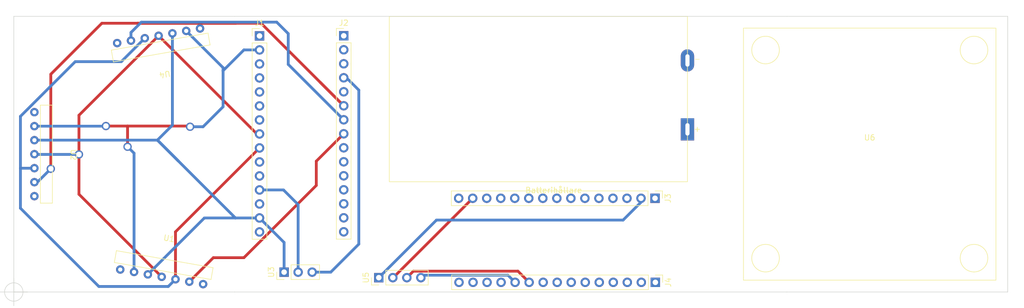
<source format=kicad_pcb>
(kicad_pcb (version 20211014) (generator pcbnew)
  (title_block (date "sam. 04 avril 2015"))
  (layers (0 "F.Cu" signal) (31 "B.Cu" signal) (34 "B.Paste" user) (35 "F.Paste" user) (36 "B.SilkS" user "B.Silkscreen") (37 "F.SilkS" user "F.Silkscreen") (38 "B.Mask" user) (39 "F.Mask" user) (44 "Edge.Cuts" user))
  (net 0 "")
  (net 1 "GND")
  (net 2 "/~{RESET}")
  (net 3 "/*D9")
  (net 4 "/D8")
  (net 5 "/D7")
  (net 6 "/*D6")
  (net 7 "/*D5")
  (net 8 "/D4")
  (net 9 "+5V")
  (net 10 "/A3")
  (net 11 "/A2")
  (net 12 "/A1")
  (net 13 "/A0")
  (net 14 "/AREF")
  (net 15 "/D0{slash}RX")
  (net 16 "/D1{slash}TX")
  (net 17 "/A7")
  (net 18 "/A6")
  (net 19 "/A5{slash}SCL")
  (net 20 "/A4{slash}SDA")
  (net 21 "/D13{slash}SCK")
  (net 22 "/D2")
  (net 23 "/*D3")
  (net 24 "/*D10{slash}SS")
  (net 25 "/*D11{slash}MOSI")
  (net 26 "/D12{slash}MISO")
  (net 27 "+6V")
  (net 28 "+3.3V")
  (footprint "Connector_PinHeader_2.54mm:PinHeader_1x04_P2.54mm_Vertical" (layer "F.Cu") (at 129.1 121.4 90)
    (fp_text reference "U5" (at 0 -2.33 90) (layer "F.SilkS"))
    (fp_text value "Start_module")
    (fp_line (start -1.33 0) (end -1.33 -1.33) (layer "F.SilkS") (width 0.12))
    (fp_line (start -1.33 1.27) (end -1.33 8.95) (layer "F.SilkS") (width 0.12))
    (fp_line (start -1.33 1.27) (end 1.33 1.27) (layer "F.SilkS") (width 0.12))
    (fp_line (start -1.33 8.95) (end 1.33 8.95) (layer "F.SilkS") (width 0.12))
    (fp_line (start 1.33 1.27) (end 1.33 8.95) (layer "F.SilkS") (width 0.12))
    (fp_line (start -1.33 -1.33) (end 0 -1.33) (layer "F.SilkS") (width 0.12))
    (pad "1" thru_hole rect (at 0 0 90) (size 1.7 1.7) (drill 1) (layers *.Cu *.Mask) (net 28 "+3.3V"))
    (pad "2" thru_hole oval (at 0 2.54 90) (size 1.7 1.7) (drill 1) (layers *.Cu *.Mask) (net 1 "GND"))
    (pad "3" thru_hole oval (at 0 5.08 90) (size 1.7 1.7) (drill 1) (layers *.Cu *.Mask) (net 23 "/*D3"))
    (pad "4" thru_hole oval (at 0 7.62 90) (size 1.7 1.7) (drill 1) (layers *.Cu *.Mask) (net 22 "/D2"))
  )
  (footprint "Connector_PinHeader_2.54mm:PinHeader_1x15_P2.54mm_Vertical" (layer "F.Cu") (at 107.5 77.55)
    (fp_text reference "J1" (at 0 -2.33) (layer "F.SilkS"))
    (fp_text value "Conn_01x15")
    (fp_line (start -1.33 0) (end -1.33 -1.33) (layer "F.SilkS") (width 0.12))
    (fp_line (start -1.33 1.27) (end -1.33 36.89) (layer "F.SilkS") (width 0.12))
    (fp_line (start -1.33 36.89) (end 1.33 36.89) (layer "F.SilkS") (width 0.12))
    (fp_line (start -1.33 1.27) (end 1.33 1.27) (layer "F.SilkS") (width 0.12))
    (fp_line (start -1.33 -1.33) (end 0 -1.33) (layer "F.SilkS") (width 0.12))
    (fp_line (start 1.33 1.27) (end 1.33 36.89) (layer "F.SilkS") (width 0.12))
    (pad "1" thru_hole rect (at 0 0) (size 1.7 1.7) (drill 1) (layers *.Cu *.Mask) (net 21 "/D13{slash}SCK"))
    (pad "2" thru_hole oval (at 0 2.54) (size 1.7 1.7) (drill 1) (layers *.Cu *.Mask) (net 28 "+3.3V"))
    (pad "3" thru_hole oval (at 0 5.08) (size 1.7 1.7) (drill 1) (layers *.Cu *.Mask) (net 14 "/AREF"))
    (pad "4" thru_hole oval (at 0 7.62) (size 1.7 1.7) (drill 1) (layers *.Cu *.Mask) (net 13 "/A0"))
    (pad "5" thru_hole oval (at 0 10.16) (size 1.7 1.7) (drill 1) (layers *.Cu *.Mask) (net 12 "/A1"))
    (pad "6" thru_hole oval (at 0 12.7) (size 1.7 1.7) (drill 1) (layers *.Cu *.Mask) (net 11 "/A2"))
    (pad "7" thru_hole oval (at 0 15.24) (size 1.7 1.7) (drill 1) (layers *.Cu *.Mask) (net 10 "/A3"))
    (pad "8" thru_hole oval (at 0 17.78) (size 1.7 1.7) (drill 1) (layers *.Cu *.Mask) (net 20 "/A4{slash}SDA"))
    (pad "9" thru_hole oval (at 0 20.32) (size 1.7 1.7) (drill 1) (layers *.Cu *.Mask) (net 19 "/A5{slash}SCL"))
    (pad "10" thru_hole oval (at 0 22.86) (size 1.7 1.7) (drill 1) (layers *.Cu *.Mask) (net 18 "/A6"))
    (pad "11" thru_hole oval (at 0 25.4) (size 1.7 1.7) (drill 1) (layers *.Cu *.Mask) (net 17 "/A7"))
    (pad "12" thru_hole oval (at 0 27.94) (size 1.7 1.7) (drill 1) (layers *.Cu *.Mask) (net 9 "+5V"))
    (pad "13" thru_hole oval (at 0 30.48) (size 1.7 1.7) (drill 1) (layers *.Cu *.Mask) (net 2 "/~{RESET}"))
    (pad "14" thru_hole oval (at 0 33.02) (size 1.7 1.7) (drill 1) (layers *.Cu *.Mask) (net 1 "GND"))
    (pad "15" thru_hole oval (at 0 35.56) (size 1.7 1.7) (drill 1) (layers *.Cu *.Mask) (net 27 "+6V"))
  )
  (footprint "Death_by_table:VL53L1x" (layer "F.Cu") (at 96.726092 76.200397 -170)
    (fp_text reference "U4" (at 7.725 -7.075 -170 unlocked) (layer "F.SilkS"))
    (fp_text value "VL53L1X")
    (fp_line (start 16.5 -3.25) (end 16.5 -1.075) (layer "F.SilkS") (width 0.12))
    (fp_line (start 16.5 -1.075) (end -1.275 -1.075) (layer "F.SilkS") (width 0.12))
    (fp_line (start -1.275 -1.075) (end -1.275 -3.25) (layer "F.SilkS") (width 0.12))
    (fp_line (start -1.275 -3.25) (end 16.5 -3.25) (layer "F.SilkS") (width 0.12))
    (pad "1" thru_hole circle (at 0 0 190) (size 1.524 1.524) (drill 0.762) (layers *.Cu *.Mask) (net 5 "/D7"))
    (pad "2" thru_hole circle (at 2.54 0 190) (size 1.524 1.524) (drill 0.762) (layers *.Cu *.Mask) (net 28 "+3.3V"))
    (pad "3" thru_hole circle (at 5.08 0 190) (size 1.524 1.524) (drill 0.762) (layers *.Cu *.Mask) (net 1 "GND"))
    (pad "4" thru_hole circle (at 7.62 0 190) (size 1.524 1.524) (drill 0.762) (layers *.Cu *.Mask) (net 20 "/A4{slash}SDA"))
    (pad "5" thru_hole circle (at 10.16 0 190) (size 1.524 1.524) (drill 0.762) (layers *.Cu *.Mask) (net 19 "/A5{slash}SCL"))
    (pad "6" thru_hole circle (at 12.7 0 190) (size 1.524 1.524) (drill 0.762) (layers *.Cu *.Mask) (net 6 "/*D6"))
    (pad "7" thru_hole circle (at 15.24 0 190) (size 1.524 1.524) (drill 0.762) (layers *.Cu *.Mask))
  )
  (footprint "Death_by_table:VL53L1x" (layer "F.Cu") (at 82.275232 119.927507 -10)
    (fp_text reference "U1" (at 7.725 -7.075 -10 unlocked) (layer "F.SilkS"))
    (fp_text value "VL53L1X")
    (fp_line (start -1.275 -1.075) (end -1.275 -3.25) (layer "F.SilkS") (width 0.12))
    (fp_line (start 16.5 -1.075) (end -1.275 -1.075) (layer "F.SilkS") (width 0.12))
    (fp_line (start 16.5 -3.25) (end 16.5 -1.075) (layer "F.SilkS") (width 0.12))
    (fp_line (start -1.275 -3.25) (end 16.5 -3.25) (layer "F.SilkS") (width 0.12))
    (pad "1" thru_hole circle (at 0 0 350) (size 1.524 1.524) (drill 0.762) (layers *.Cu *.Mask))
    (pad "2" thru_hole circle (at 2.54 0 350) (size 1.524 1.524) (drill 0.762) (layers *.Cu *.Mask) (net 28 "+3.3V"))
    (pad "3" thru_hole circle (at 5.08 0 350) (size 1.524 1.524) (drill 0.762) (layers *.Cu *.Mask) (net 1 "GND"))
    (pad "4" thru_hole circle (at 7.62 0 350) (size 1.524 1.524) (drill 0.762) (layers *.Cu *.Mask) (net 20 "/A4{slash}SDA"))
    (pad "5" thru_hole circle (at 10.16 0 350) (size 1.524 1.524) (drill 0.762) (layers *.Cu *.Mask) (net 19 "/A5{slash}SCL"))
    (pad "6" thru_hole circle (at 12.7 0 350) (size 1.524 1.524) (drill 0.762) (layers *.Cu *.Mask) (net 7 "/*D5"))
    (pad "7" thru_hole circle (at 15.24 0 350) (size 1.524 1.524) (drill 0.762) (layers *.Cu *.Mask))
  )
  (footprint "Connector_PinHeader_2.54mm:PinHeader_1x15_P2.54mm_Vertical" (layer "F.Cu") (at 179.185 122.25 -90)
    (fp_text reference "J4" (at 0 -2.33 90) (layer "F.SilkS"))
    (fp_text value "Conn_01x15")
    (fp_line (start -1.33 0) (end -1.33 -1.33) (layer "F.SilkS") (width 0.12))
    (fp_line (start 1.33 1.27) (end 1.33 36.89) (layer "F.SilkS") (width 0.12))
    (fp_line (start -1.33 1.27) (end -1.33 36.89) (layer "F.SilkS") (width 0.12))
    (fp_line (start -1.33 36.89) (end 1.33 36.89) (layer "F.SilkS") (width 0.12))
    (fp_line (start -1.33 1.27) (end 1.33 1.27) (layer "F.SilkS") (width 0.12))
    (fp_line (start -1.33 -1.33) (end 0 -1.33) (layer "F.SilkS") (width 0.12))
    (pad "1" thru_hole rect (at 0 0 270) (size 1.7 1.7) (drill 1) (layers *.Cu *.Mask) (net 26 "/D12{slash}MISO"))
    (pad "2" thru_hole oval (at 0 2.54 270) (size 1.7 1.7) (drill 1) (layers *.Cu *.Mask) (net 25 "/*D11{slash}MOSI"))
    (pad "3" thru_hole oval (at 0 5.08 270) (size 1.7 1.7) (drill 1) (layers *.Cu *.Mask) (net 24 "/*D10{slash}SS"))
    (pad "4" thru_hole oval (at 0 7.62 270) (size 1.7 1.7) (drill 1) (layers *.Cu *.Mask) (net 3 "/*D9"))
    (pad "5" thru_hole oval (at 0 10.16 270) (size 1.7 1.7) (drill 1) (layers *.Cu *.Mask) (net 4 "/D8"))
    (pad "6" thru_hole oval (at 0 12.7 270) (size 1.7 1.7) (drill 1) (layers *.Cu *.Mask) (net 5 "/D7"))
    (pad "7" thru_hole oval (at 0 15.24 270) (size 1.7 1.7) (drill 1) (layers *.Cu *.Mask) (net 6 "/*D6"))
    (pad "8" thru_hole oval (at 0 17.78 270) (size 1.7 1.7) (drill 1) (layers *.Cu *.Mask) (net 7 "/*D5"))
    (pad "9" thru_hole oval (at 0 20.32 270) (size 1.7 1.7) (drill 1) (layers *.Cu *.Mask) (net 8 "/D4"))
    (pad "10" thru_hole oval (at 0 22.86 270) (size 1.7 1.7) (drill 1) (layers *.Cu *.Mask) (net 23 "/*D3"))
    (pad "11" thru_hole oval (at 0 25.4 270) (size 1.7 1.7) (drill 1) (layers *.Cu *.Mask) (net 22 "/D2"))
    (pad "12" thru_hole oval (at 0 27.94 270) (size 1.7 1.7) (drill 1) (layers *.Cu *.Mask) (net 1 "GND"))
    (pad "13" thru_hole oval (at 0 30.48 270) (size 1.7 1.7) (drill 1) (layers *.Cu *.Mask) (net 2 "/~{RESET}"))
    (pad "14" thru_hole oval (at 0 33.02 270) (size 1.7 1.7) (drill 1) (layers *.Cu *.Mask) (net 15 "/D0{slash}RX"))
    (pad "15" thru_hole oval (at 0 35.56 270) (size 1.7 1.7) (drill 1) (layers *.Cu *.Mask) (net 16 "/D1{slash}TX"))
  )
  (footprint "Egna:Batterihållare_9V_projekt_2" (layer "F.Cu") (at 185 74 180)
    (fp_text reference "Batterihållare" (at 24.225 -31.55) (layer "F.SilkS"))
    (fp_text value "Batterihållare_9V_projekt_2")
    (fp_text user "+" (at -1.778 -20.574 180 unlocked) (layer "F.SilkS"))
    (fp_text user "-" (at -1.778 -7.874 180 unlocked) (layer "F.SilkS") (effects (font (thickness 0.1))))
    (fp_rect (start 0 0) (end 54 -30) (layer "F.SilkS") (width 0.12) (fill none))
    (pad "" np_thru_hole circle (at 15 -27 180) (size 2.3 2.3) (drill 3.25) (layers F&B.Cu *.Mask))
    (pad "" np_thru_hole circle (at 40.5 -3 180) (size 2.3 2.3) (drill 3.25) (layers F&B.Cu *.Mask))
    (pad "" np_thru_hole circle (at 15 -3 180) (size 2.3 2.3) (drill 3.25) (layers F&B.Cu *.Mask))
    (pad "" np_thru_hole circle (at 40.5 -27 180) (size 2.3 2.3) (drill 3.25) (layers F&B.Cu *.Mask))
    (pad "1" thru_hole rect (at 0 -20.5 180) (size 2.41 4.02) (drill oval 0.75 2.25) (layers *.Cu *.Mask))
    (pad "2" thru_hole oval (at 0 -8 180) (size 2.41 4.02) (drill oval 0.75 2.25) (layers *.Cu *.Mask))
  )
  (footprint "Connector_PinHeader_2.54mm:PinHeader_1x15_P2.54mm_Vertical" (layer "F.Cu") (at 122.75 77.525)
    (fp_text reference "J2" (at 0 -2.33) (layer "F.SilkS"))
    (fp_text value "Conn_01x15")
    (fp_line (start -1.33 0) (end -1.33 -1.33) (layer "F.SilkS") (width 0.12))
    (fp_line (start 1.33 1.27) (end 1.33 36.89) (layer "F.SilkS") (width 0.12))
    (fp_line (start -1.33 1.27) (end -1.33 36.89) (layer "F.SilkS") (width 0.12))
    (fp_line (start -1.33 1.27) (end 1.33 1.27) (layer "F.SilkS") (width 0.12))
    (fp_line (start -1.33 36.89) (end 1.33 36.89) (layer "F.SilkS") (width 0.12))
    (fp_line (start -1.33 -1.33) (end 0 -1.33) (layer "F.SilkS") (width 0.12))
    (pad "1" thru_hole rect (at 0 0) (size 1.7 1.7) (drill 1) (layers *.Cu *.Mask) (net 26 "/D12{slash}MISO"))
    (pad "2" thru_hole oval (at 0 2.54) (size 1.7 1.7) (drill 1) (layers *.Cu *.Mask) (net 25 "/*D11{slash}MOSI"))
    (pad "3" thru_hole oval (at 0 5.08) (size 1.7 1.7) (drill 1) (layers *.Cu *.Mask) (net 24 "/*D10{slash}SS"))
    (pad "4" thru_hole oval (at 0 7.62) (size 1.7 1.7) (drill 1) (layers *.Cu *.Mask) (net 3 "/*D9"))
    (pad "5" thru_hole oval (at 0 10.16) (size 1.7 1.7) (drill 1) (layers *.Cu *.Mask) (net 4 "/D8"))
    (pad "6" thru_hole oval (at 0 12.7) (size 1.7 1.7) (drill 1) (layers *.Cu *.Mask) (net 5 "/D7"))
    (pad "7" thru_hole oval (at 0 15.24) (size 1.7 1.7) (drill 1) (layers *.Cu *.Mask) (net 6 "/*D6"))
    (pad "8" thru_hole oval (at 0 17.78) (size 1.7 1.7) (drill 1) (layers *.Cu *.Mask) (net 7 "/*D5"))
    (pad "9" thru_hole oval (at 0 20.32) (size 1.7 1.7) (drill 1) (layers *.Cu *.Mask) (net 8 "/D4"))
    (pad "10" thru_hole oval (at 0 22.86) (size 1.7 1.7) (drill 1) (layers *.Cu *.Mask) (net 23 "/*D3"))
    (pad "11" thru_hole oval (at 0 25.4) (size 1.7 1.7) (drill 1) (layers *.Cu *.Mask) (net 22 "/D2"))
    (pad "12" thru_hole oval (at 0 27.94) (size 1.7 1.7) (drill 1) (layers *.Cu *.Mask) (net 1 "GND"))
    (pad "13" thru_hole oval (at 0 30.48) (size 1.7 1.7) (drill 1) (layers *.Cu *.Mask) (net 2 "/~{RESET}"))
    (pad "14" thru_hole oval (at 0 33.02) (size 1.7 1.7) (drill 1) (layers *.Cu *.Mask) (net 15 "/D0{slash}RX"))
    (pad "15" thru_hole oval (at 0 35.56) (size 1.7 1.7) (drill 1) (layers *.Cu *.Mask) (net 16 "/D1{slash}TX"))
  )
  (footprint "Death_by_table:H-brygga" (layer "F.Cu") (at 195.14 121.86)
    (fp_text reference "U6" (at 22.86 -25.86 unlocked) (layer "F.SilkS"))
    (fp_text value "H-brygga")
    (fp_rect (start 0 0) (end 45.72 -45.72) (layer "F.SilkS") (width 0.12) (fill none))
    (fp_circle (center 4 -4) (end 2.5 -2) (layer "F.SilkS") (width 0.12) (fill none))
    (fp_circle (center 41.75 -4) (end 40.25 -2) (layer "F.SilkS") (width 0.12) (fill none))
    (fp_circle (center 41.75 -41.75) (end 40.25 -39.75) (layer "F.SilkS") (width 0.12) (fill none))
    (fp_circle (center 4 -41.75) (end 2.5 -39.75) (layer "F.SilkS") (width 0.12) (fill none))
    (pad "" np_thru_hole circle (at 4 -4) (size 2.5 2.5) (drill 2.5) (layers F&B.Cu *.Mask))
    (pad "" np_thru_hole circle (at 41.75 -41.75) (size 2.5 2.5) (drill 2.5) (layers F&B.Cu *.Mask))
    (pad "" np_thru_hole circle (at 4 -41.75) (size 2.5 2.5) (drill 2.5) (layers F&B.Cu *.Mask))
    (pad "" np_thru_hole circle (at 41.75 -4) (size 2.5 2.5) (drill 2.5) (layers F&B.Cu *.Mask))
  )
  (footprint "Connector_PinHeader_2.54mm:PinHeader_1x15_P2.54mm_Vertical" (layer "F.Cu") (at 179.125 107 -90)
    (fp_text reference "J3" (at 0 -2.33 90) (layer "F.SilkS"))
    (fp_text value "Conn_01x15")
    (fp_line (start -1.33 0) (end -1.33 -1.33) (layer "F.SilkS") (width 0.12))
    (fp_line (start -1.33 -1.33) (end 0 -1.33) (layer "F.SilkS") (width 0.12))
    (fp_line (start -1.33 1.27) (end 1.33 1.27) (layer "F.SilkS") (width 0.12))
    (fp_line (start -1.33 36.89) (end 1.33 36.89) (layer "F.SilkS") (width 0.12))
    (fp_line (start 1.33 1.27) (end 1.33 36.89) (layer "F.SilkS") (width 0.12))
    (fp_line (start -1.33 1.27) (end -1.33 36.89) (layer "F.SilkS") (width 0.12))
    (pad "1" thru_hole rect (at 0 0 270) (size 1.7 1.7) (drill 1) (layers *.Cu *.Mask) (net 21 "/D13{slash}SCK"))
    (pad "2" thru_hole oval (at 0 2.54 270) (size 1.7 1.7) (drill 1) (layers *.Cu *.Mask) (net 28 "+3.3V"))
    (pad "3" thru_hole oval (at 0 5.08 270) (size 1.7 1.7) (drill 1) (layers *.Cu *.Mask) (net 14 "/AREF"))
    (pad "4" thru_hole oval (at 0 7.62 270) (size 1.7 1.7) (drill 1) (layers *.Cu *.Mask) (net 13 "/A0"))
    (pad "5" thru_hole oval (at 0 10.16 270) (size 1.7 1.7) (drill 1) (layers *.Cu *.Mask) (net 12 "/A1"))
    (pad "6" thru_hole oval (at 0 12.7 270) (size 1.7 1.7) (drill 1) (layers *.Cu *.Mask) (net 11 "/A2"))
    (pad "7" thru_hole oval (at 0 15.24 270) (size 1.7 1.7) (drill 1) (layers *.Cu *.Mask) (net 10 "/A3"))
    (pad "8" thru_hole oval (at 0 17.78 270) (size 1.7 1.7) (drill 1) (layers *.Cu *.Mask) (net 20 "/A4{slash}SDA"))
    (pad "9" thru_hole oval (at 0 20.32 270) (size 1.7 1.7) (drill 1) (layers *.Cu *.Mask) (net 19 "/A5{slash}SCL"))
    (pad "10" thru_hole oval (at 0 22.86 270) (size 1.7 1.7) (drill 1) (layers *.Cu *.Mask) (net 18 "/A6"))
    (pad "11" thru_hole oval (at 0 25.4 270) (size 1.7 1.7) (drill 1) (layers *.Cu *.Mask) (net 17 "/A7"))
    (pad "12" thru_hole oval (at 0 27.94 270) (size 1.7 1.7) (drill 1) (layers *.Cu *.Mask) (net 9 "+5V"))
    (pad "13" thru_hole oval (at 0 30.48 270) (size 1.7 1.7) (drill 1) (layers *.Cu *.Mask) (net 2 "/~{RESET}"))
    (pad "14" thru_hole oval (at 0 33.02 270) (size 1.7 1.7) (drill 1) (layers *.Cu *.Mask) (net 1 "GND"))
    (pad "15" thru_hole oval (at 0 35.56 270) (size 1.7 1.7) (drill 1) (layers *.Cu *.Mask) (net 27 "+6V"))
  )
  (footprint "Connector_PinHeader_2.54mm:PinHeader_1x03_P2.54mm_Vertical" (layer "F.Cu") (at 111.95 120.4 90)
    (fp_text reference "U3" (at 0 -2.33 90) (layer "F.SilkS"))
    (fp_text value "Servo")
    (fp_line (start -1.33 -1.33) (end 0 -1.33) (layer "F.SilkS") (width 0.12))
    (fp_line (start 1.33 1.27) (end 1.33 6.41) (layer "F.SilkS") (width 0.12))
    (fp_line (start -1.33 0) (end -1.33 -1.33) (layer "F.SilkS") (width 0.12))
    (fp_line (start -1.33 1.27) (end 1.33 1.27) (layer "F.SilkS") (width 0.12))
    (fp_line (start -1.33 6.41) (end 1.33 6.41) (layer "F.SilkS") (width 0.12))
    (fp_line (start -1.33 1.27) (end -1.33 6.41) (layer "F.SilkS") (width 0.12))
    (pad "1" thru_hole rect (at 0 0 90) (size 1.7 1.7) (drill 1) (layers *.Cu *.Mask) (net 1 "GND"))
    (pad "2" thru_hole oval (at 0 2.54 90) (size 1.7 1.7) (drill 1) (layers *.Cu *.Mask) (net 9 "+5V"))
    (pad "3" thru_hole oval (at 0 5.08 90) (size 1.7 1.7) (drill 1) (layers *.Cu *.Mask) (net 3 "/*D9"))
  )
  (footprint "Death_by_table:VL53L1x" (layer "F.Cu") (at 66.73 91.38 -90)
    (fp_text reference "U2" (at 7.725 -7.075 -90 unlocked) (layer "F.SilkS"))
    (fp_text value "VL53L1X")
    (fp_line (start -1.275 -3.25) (end 16.5 -3.25) (layer "F.SilkS") (width 0.12))
    (fp_line (start 16.5 -3.25) (end 16.5 -1.075) (layer "F.SilkS") (width 0.12))
    (fp_line (start -1.275 -1.075) (end -1.275 -3.25) (layer "F.SilkS") (width 0.12))
    (fp_line (start 16.5 -1.075) (end -1.275 -1.075) (layer "F.SilkS") (width 0.12))
    (pad "1" thru_hole circle (at 0 0 270) (size 1.524 1.524) (drill 0.762) (layers *.Cu *.Mask))
    (pad "2" thru_hole circle (at 2.54 0 270) (size 1.524 1.524) (drill 0.762) (layers *.Cu *.Mask) (net 28 "+3.3V"))
    (pad "3" thru_hole circle (at 5.08 0 270) (size 1.524 1.524) (drill 0.762) (layers *.Cu *.Mask) (net 1 "GND"))
    (pad "4" thru_hole circle (at 7.62 0 270) (size 1.524 1.524) (drill 0.762) (layers *.Cu *.Mask) (net 20 "/A4{slash}SDA"))
    (pad "5" thru_hole circle (at 10.16 0 270) (size 1.524 1.524) (drill 0.762) (layers *.Cu *.Mask) (net 19 "/A5{slash}SCL"))
    (pad "6" thru_hole circle (at 12.7 0 270) (size 1.524 1.524) (drill 0.762) (layers *.Cu *.Mask) (net 5 "/D7"))
    (pad "7" thru_hole circle (at 15.24 0 270) (size 1.524 1.524) (drill 0.762) (layers *.Cu *.Mask))
  )
  (gr_line (start 63 124) (end 103 124) (layer "Edge.Cuts") (width 0.1))
  (gr_line (start 63 124) (end 63 74) (layer "Edge.Cuts") (width 0.1))
  (gr_line (start 243 124) (end 243 74) (layer "Edge.Cuts") (width 0.1))
  (gr_line (start 203 74) (end 243 74) (layer "Edge.Cuts") (width 0.1))
  (gr_line (start 203 74) (end 103 74) (layer "Edge.Cuts") (width 0.1))
  (gr_line (start 203 124) (end 243 124) (layer "Edge.Cuts") (width 0.1))
  (gr_line (start 203 124) (end 103 124) (layer "Edge.Cuts") (width 0.1))
  (gr_line (start 63 74) (end 103 74) (layer "Edge.Cuts") (width 0.1))
  (target plus (at 63 124) (size 5) (width 0.1) (layer "Edge.Cuts"))
  (segment (start 131.705 121.4) (end 131.64 121.4) (width 0.25) (layer "F.Cu") (net 1))
  (segment (start 146.105 107) (end 131.705 121.4) (width 0.5) (layer "F.Cu") (net 1))
  (segment (start 111.95 120.4) (end 111.95 115.02) (width 0.5) (layer "B.Cu") (net 1))
  (segment (start 111.95 115.02) (end 107.5 110.57) (width 0.5) (layer "B.Cu") (net 1))
  (segment (start 91.723269 93.736731) (end 91.723269 77.08253) (width 0.5) (layer "B.Cu") (net 1))
  (segment (start 89.01 96.45) (end 92.79 100.23) (width 0.5) (layer "B.Cu") (net 1))
  (segment (start 66.74 96.45) (end 89.01 96.45) (width 0.5) (layer "B.Cu") (net 1))
  (segment (start 103.13 110.57) (end 107.5 110.57) (width 0.5) (layer "B.Cu") (net 1))
  (segment (start 89.01 96.45) (end 103.13 110.57) (width 0.5) (layer "B.Cu") (net 1))
  (segment (start 66.73 96.46) (end 66.74 96.45) (width 0.5) (layer "B.Cu") (net 1))
  (segment (start 103.13 110.57) (end 97.517695 110.57) (width 0.5) (layer "B.Cu") (net 1))
  (segment (start 97.517695 110.57) (end 87.278055 120.80964) (width 0.5) (layer "B.Cu") (net 1))
  (segment (start 89.01 96.45) (end 91.723269 93.736731) (width 0.5) (layer "B.Cu") (net 1))
  (segment (start 120.4 120.4) (end 117.03 120.4) (width 0.5) (layer "B.Cu") (net 3))
  (segment (start 125.48 87.38) (end 125.48 115.32) (width 0.5) (layer "B.Cu") (net 3))
  (segment (start 123.245 85.145) (end 125.48 87.38) (width 0.5) (layer "B.Cu") (net 3))
  (segment (start 122.75 85.145) (end 123.245 85.145) (width 0.5) (layer "B.Cu") (net 3))
  (segment (start 122.745 85.15) (end 122.75 85.145) (width 0.5) (layer "B.Cu") (net 3))
  (segment (start 120.4 120.4) (end 125.48 115.32) (width 0.5) (layer "B.Cu") (net 3))
  (segment (start 69.7 84.5) (end 69.7 101.65) (width 0.5) (layer "F.Cu") (net 5))
  (segment (start 103.25 75.25) (end 85.41 75.25) (width 0.5) (layer "F.Cu") (net 5))
  (segment (start 122.75 90.225) (end 107.775 75.25) (width 0.5) (layer "F.Cu") (net 5))
  (segment (start 78.95 75.25) (end 69.7 84.5) (width 0.5) (layer "F.Cu") (net 5))
  (segment (start 85.41 75.25) (end 78.95 75.25) (width 0.5) (layer "F.Cu") (net 5))
  (segment (start 107.775 75.25) (end 85.41 75.25) (width 0.5) (layer "F.Cu") (net 5))
  (segment (start 118.5 85.975) (end 122.75 90.225) (width 0.5) (layer "F.Cu") (net 5))
  (via (at 69.7 101.65) (size 1.5) (drill 1) (layers "F.Cu" "B.Cu") (net 5))
  (segment (start 69.7 101.65) (end 67.27 104.08) (width 0.5) (layer "B.Cu") (net 5))
  (segment (start 67.27 104.08) (end 66.73 104.08) (width 0.25) (layer "B.Cu") (net 5))
  (segment (start 110.61 75.05) (end 86.1 75.05) (width 0.5) (layer "B.Cu") (net 6))
  (segment (start 86.1 75.05) (end 84.219034 76.930966) (width 0.5) (layer "B.Cu") (net 6))
  (segment (start 110.61 75.05) (end 112.7 77.14) (width 0.5) (layer "B.Cu") (net 6))
  (segment (start 112.7 82.715) (end 112.7 77.14) (width 0.5) (layer "B.Cu") (net 6))
  (segment (start 84.219034 76.930966) (end 84.219034 78.405729) (width 0.5) (layer "B.Cu") (net 6))
  (segment (start 122.75 92.765) (end 112.7 82.715) (width 0.5) (layer "B.Cu") (net 6))
  (segment (start 99.135129 117.78) (end 104.668478 117.78) (width 0.5) (layer "F.Cu") (net 7))
  (segment (start 94.78229 122.132839) (end 99.135129 117.78) (width 0.5) (layer "F.Cu") (net 7))
  (segment (start 117.78 100.275) (end 122.75 95.305) (width 0.5) (layer "F.Cu") (net 7))
  (segment (start 104.668478 117.78) (end 117.78 104.668478) (width 0.5) (layer "F.Cu") (net 7))
  (segment (start 117.78 104.668478) (end 117.78 100.275) (width 0.5) (layer "F.Cu") (net 7))
  (segment (start 114.49 108.14) (end 111.84 105.49) (width 0.5) (layer "B.Cu") (net 9))
  (segment (start 114.49 120.4) (end 114.49 108.14) (width 0.5) (layer "B.Cu") (net 9))
  (segment (start 111.84 105.49) (end 107.5 105.49) (width 0.5) (layer "B.Cu") (net 9))
  (segment (start 107.5 97.87) (end 92.280879 113.089121) (width 0.5) (layer "F.Cu") (net 19))
  (segment (start 92.280879 113.089121) (end 92.280879 121.691772) (width 0.5) (layer "F.Cu") (net 19))
  (segment (start 74.12 82.22) (end 82.465107 82.22) (width 0.5) (layer "B.Cu") (net 19))
  (segment (start 66.72 101.55) (end 66.73 101.54) (width 0.25) (layer "B.Cu") (net 19))
  (segment (start 78.4 123) (end 64.2 108.8) (width 0.5) (layer "B.Cu") (net 19))
  (segment (start 64.2 92.14) (end 74.12 82.22) (width 0.5) (layer "B.Cu") (net 19))
  (segment (start 82.465107 82.22) (end 86.720445 77.964662) (width 0.5) (layer "B.Cu") (net 19))
  (segment (start 64.2 101.55) (end 66.72 101.55) (width 0.5) (layer "B.Cu") (net 19))
  (segment (start 90.972651 123) (end 78.4 123) (width 0.5) (layer "B.Cu") (net 19))
  (segment (start 64.2 101.55) (end 64.2 92.14) (width 0.5) (layer "B.Cu") (net 19))
  (segment (start 64.2 108.8) (end 64.2 101.55) (width 0.5) (layer "B.Cu") (net 19))
  (segment (start 92.280879 121.691772) (end 90.972651 123) (width 0.5) (layer "B.Cu") (net 19))
  (segment (start 89.221857 77.523596) (end 107.028261 95.33) (width 0.5) (layer "F.Cu") (net 20))
  (segment (start 74.8 91.945453) (end 74.8 99.05) (width 0.5) (layer "F.Cu") (net 20))
  (segment (start 74.8 106.271239) (end 74.8 99.05) (width 0.5) (layer "F.Cu") (net 20))
  (segment (start 89.221857 77.523596) (end 74.8 91.945453) (width 0.5) (layer "F.Cu") (net 20))
  (segment (start 107.028261 95.33) (end 107.5 95.33) (width 0.5) (layer "F.Cu") (net 20))
  (segment (start 89.779467 121.250706) (end 74.8 106.271239) (width 0.5) (layer "F.Cu") (net 20))
  (via (at 74.8 99.05) (size 1.5) (drill 1) (layers "F.Cu" "B.Cu") (net 20))
  (segment (start 66.78 99.05) (end 66.73 99) (width 0.25) (layer "B.Cu") (net 20))
  (segment (start 74.8 99.05) (end 66.78 99.05) (width 0.5) (layer "B.Cu") (net 20))
  (segment (start 137.17 120.95) (end 136.72 121.4) (width 0.5) (layer "B.Cu") (net 22))
  (segment (start 153.785 122.25) (end 152.485 120.95) (width 0.5) (layer "B.Cu") (net 22))
  (segment (start 136.72 121.08) (end 136.72 121.4) (width 0.25) (layer "B.Cu") (net 22))
  (segment (start 152.485 120.95) (end 137.17 120.95) (width 0.5) (layer "B.Cu") (net 22))
  (segment (start 154.3 120.225) (end 156.325 122.25) (width 0.5) (layer "F.Cu") (net 23))
  (segment (start 134.18 121.4) (end 135.355 120.225) (width 0.5) (layer "F.Cu") (net 23))
  (segment (start 135.355 120.225) (end 154.3 120.225) (width 0.5) (layer "F.Cu") (net 23))
  (segment (start 79.68 93.9) (end 83.6 93.9) (width 0.5) (layer "F.Cu") (net 28))
  (segment (start 83.6 97.6495) (end 83.6 93.9) (width 0.5) (layer "F.Cu") (net 28))
  (segment (start 94.793872 93.9) (end 83.6 93.9) (width 0.5) (layer "F.Cu") (net 28))
  (segment (start 94.92 94.026128) (end 94.793872 93.9) (width 0.5) (layer "F.Cu") (net 28))
  (via (at 83.6 97.6495) (size 1.5) (drill 1) (layers "F.Cu" "B.Cu") (net 28))
  (via (at 94.92 94.026128) (size 1.5) (drill 1) (layers "F.Cu" "B.Cu") (net 28))
  (via (at 79.68 93.9) (size 1.5) (drill 1) (layers "F.Cu" "B.Cu") (net 28))
  (segment (start 79.66 93.92) (end 66.73 93.92) (width 0.5) (layer "B.Cu") (net 28))
  (segment (start 84.776644 98.826144) (end 84.776644 120.368573) (width 0.5) (layer "B.Cu") (net 28))
  (segment (start 100.9 83.316783) (end 94.22468 76.641463) (width 0.5) (layer "B.Cu") (net 28))
  (segment (start 176.585 107) (end 176.585 107.715) (width 0.5) (layer "B.Cu") (net 28))
  (segment (start 100.9 90.4) (end 100.9 83.86) (width 0.5) (layer "B.Cu") (net 28))
  (segment (start 100.9 83.86) (end 100.9 83.316783) (width 0.5) (layer "B.Cu") (net 28))
  (segment (start 107.5 80.09) (end 104.67 80.09) (width 0.5) (layer "B.Cu") (net 28))
  (segment (start 139.55 110.95) (end 129.1 121.4) (width 0.5) (layer "B.Cu") (net 28))
  (segment (start 104.67 80.09) (end 100.9 83.86) (width 0.5) (layer "B.Cu") (net 28))
  (segment (start 94.92 94.026128) (end 97.273872 94.026128) (width 0.5) (layer "B.Cu") (net 28))
  (segment (start 97.273872 94.026128) (end 100.9 90.4) (width 0.5) (layer "B.Cu") (net 28))
  (segment (start 173.35 110.95) (end 139.55 110.95) (width 0.5) (layer "B.Cu") (net 28))
  (segment (start 83.6 97.6495) (end 84.776644 98.826144) (width 0.5) (layer "B.Cu") (net 28))
  (segment (start 176.585 107.715) (end 173.35 110.95) (width 0.5) (layer "B.Cu") (net 28))
  (segment (start 79.68 93.9) (end 79.66 93.92) (width 0.5) (layer "B.Cu") (net 28))
)
</source>
